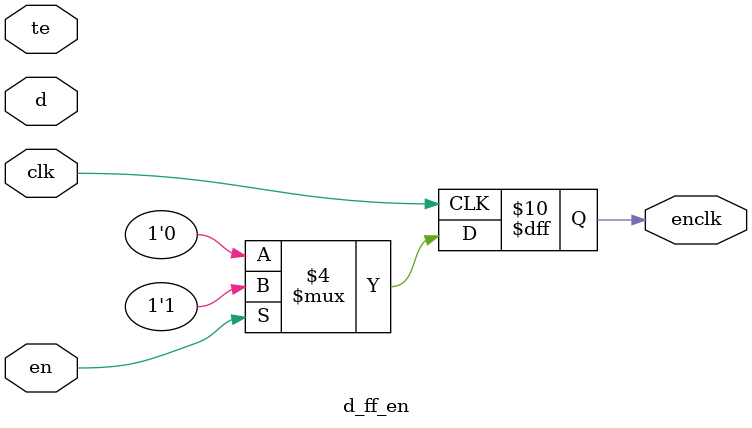
<source format=v>

module d_ff_en(clk, en, te, d, enclk);
  input clk, en, te, d;
  output reg enclk;
  reg q;

  always @(posedge clk) begin
    if (en) begin
      q <= d;
      enclk <= 1'b1;
    end else begin
      enclk <= 1'b0;
    end
  end
  
  always @(posedge te) begin
    q <= q;
  end

endmodule
</source>
